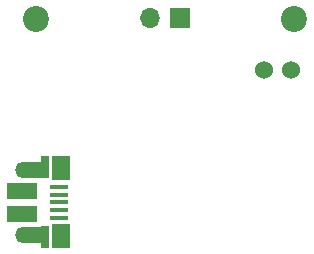
<source format=gbr>
%TF.GenerationSoftware,KiCad,Pcbnew,(5.1.9)-1*%
%TF.CreationDate,2021-06-15T19:58:51-04:00*%
%TF.ProjectId,uBMS,75424d53-2e6b-4696-9361-645f70636258,rev?*%
%TF.SameCoordinates,Original*%
%TF.FileFunction,Soldermask,Bot*%
%TF.FilePolarity,Negative*%
%FSLAX46Y46*%
G04 Gerber Fmt 4.6, Leading zero omitted, Abs format (unit mm)*
G04 Created by KiCad (PCBNEW (5.1.9)-1) date 2021-06-15 19:58:51*
%MOMM*%
%LPD*%
G01*
G04 APERTURE LIST*
%ADD10C,1.524000*%
%ADD11R,2.500000X1.430000*%
%ADD12O,1.700000X1.350000*%
%ADD13O,1.500000X1.100000*%
%ADD14R,1.650000X0.400000*%
%ADD15R,1.500000X2.000000*%
%ADD16R,0.700000X1.825000*%
%ADD17R,2.000000X1.350000*%
%ADD18C,2.200000*%
%ADD19O,1.700000X1.700000*%
%ADD20R,1.700000X1.700000*%
G04 APERTURE END LIST*
D10*
%TO.C,3.7V 180mAh*%
X98044000Y-76708000D03*
X100330000Y-76708000D03*
%TD*%
D11*
%TO.C,J2*%
X77609000Y-86949000D03*
X77609000Y-88869000D03*
D12*
X77879000Y-85179000D03*
X77879000Y-90639000D03*
D13*
X80879000Y-85489000D03*
X80879000Y-90329000D03*
D14*
X80759000Y-86609000D03*
X80759000Y-87259000D03*
X80759000Y-87909000D03*
X80759000Y-88559000D03*
X80759000Y-89209000D03*
D15*
X80879000Y-85009000D03*
X80859000Y-90759000D03*
D16*
X79559000Y-84909000D03*
X79559000Y-90859000D03*
D17*
X78809000Y-90639000D03*
X78809000Y-85159000D03*
%TD*%
D18*
%TO.C,H1*%
X78740000Y-72390000D03*
%TD*%
D19*
%TO.C,W*%
X88392000Y-72263000D03*
D20*
X90932000Y-72263000D03*
%TD*%
D18*
%TO.C,H2*%
X100584000Y-72390000D03*
%TD*%
M02*

</source>
